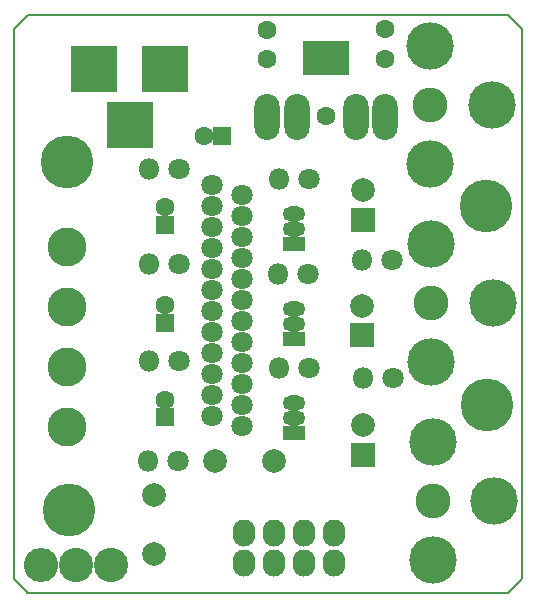
<source format=gbs>
G04 #@! TF.FileFunction,Soldermask,Bot*
%FSLAX46Y46*%
G04 Gerber Fmt 4.6, Leading zero omitted, Abs format (unit mm)*
G04 Created by KiCad (PCBNEW 4.0.7) date 03/11/20 10:05:13*
%MOMM*%
%LPD*%
G01*
G04 APERTURE LIST*
%ADD10C,0.100000*%
%ADD11C,0.150000*%
%ADD12O,1.900000X1.300000*%
%ADD13R,1.900000X1.300000*%
%ADD14C,2.000000*%
%ADD15C,1.600000*%
%ADD16R,3.900000X2.900000*%
%ADD17O,2.150000X3.900000*%
%ADD18C,4.464000*%
%ADD19R,2.000000X2.000000*%
%ADD20C,1.800000*%
%ADD21O,1.800000X1.800000*%
%ADD22O,1.900000X2.300000*%
%ADD23R,1.600000X1.600000*%
%ADD24R,3.900000X3.900000*%
%ADD25O,2.900000X2.900000*%
%ADD26C,2.900000*%
%ADD27C,3.300000*%
%ADD28C,2.950000*%
%ADD29C,4.016000*%
G04 APERTURE END LIST*
D10*
D11*
X131026000Y-96098000D02*
X131026000Y-49570000D01*
X174088000Y-96056000D02*
X174088000Y-49528000D01*
X174089000Y-49537000D02*
X172910000Y-48358000D01*
X172895000Y-97257000D02*
X174069000Y-96083000D01*
X131048000Y-49542000D02*
X132222000Y-48368000D01*
X132196000Y-97261000D02*
X131017000Y-96082000D01*
X132188000Y-97260000D02*
X172878000Y-97260000D01*
X132213000Y-48369000D02*
X172903000Y-48369000D01*
D12*
X154760000Y-74559000D03*
X154760000Y-73289000D03*
D13*
X154760000Y-75829000D03*
D14*
X142913000Y-93990000D03*
X142913000Y-88990000D03*
D15*
X162484000Y-52075000D03*
X162494000Y-49545000D03*
X152434000Y-49585000D03*
X152464000Y-52075000D03*
D16*
X157474000Y-51999000D03*
D17*
X162474000Y-57005000D03*
X152474000Y-57005000D03*
X159974000Y-57005000D03*
X154974000Y-57005000D03*
D15*
X157474000Y-56935000D03*
D18*
X135674000Y-90259000D03*
D14*
X148031000Y-86157000D03*
X153031000Y-86157000D03*
D19*
X160553000Y-65684000D03*
D14*
X160553000Y-63184000D03*
D19*
X160599000Y-85580000D03*
D14*
X160599000Y-83080000D03*
D19*
X160515000Y-75476000D03*
D14*
X160515000Y-72976000D03*
D18*
X135565000Y-60797000D03*
D20*
X145035000Y-61413000D03*
D21*
X142495000Y-61413000D03*
D20*
X144990000Y-77610000D03*
D21*
X142450000Y-77610000D03*
D20*
X144981000Y-69431000D03*
D21*
X142441000Y-69431000D03*
D20*
X163086000Y-69124000D03*
D21*
X160546000Y-69124000D03*
D20*
X155989000Y-78204000D03*
D21*
X153449000Y-78204000D03*
D20*
X155989000Y-62250000D03*
D21*
X153449000Y-62250000D03*
D20*
X155976000Y-70307000D03*
D21*
X153436000Y-70307000D03*
D20*
X163106000Y-79058000D03*
D21*
X160566000Y-79058000D03*
D18*
X171049000Y-64569000D03*
X171069000Y-81344000D03*
D22*
X150515000Y-94737000D03*
X150515000Y-92197000D03*
X153055000Y-94737000D03*
X153055000Y-92197000D03*
X155595000Y-94737000D03*
X155595000Y-92197000D03*
X158135000Y-92197000D03*
X158135000Y-94737000D03*
D23*
X143801000Y-66100000D03*
D15*
X143801000Y-64600000D03*
D23*
X143825000Y-82418000D03*
D15*
X143825000Y-80918000D03*
D23*
X143805000Y-74402000D03*
D15*
X143805000Y-72902000D03*
D23*
X148666000Y-58560000D03*
D15*
X147166000Y-58560000D03*
D12*
X154747000Y-66457000D03*
X154747000Y-65187000D03*
D13*
X154747000Y-67727000D03*
D12*
X154760000Y-82494000D03*
X154760000Y-81224000D03*
D13*
X154760000Y-83764000D03*
D20*
X144894000Y-86144000D03*
D21*
X142354000Y-86144000D03*
D24*
X143828000Y-52959000D03*
X137828000Y-52959000D03*
X140828000Y-57659000D03*
D25*
X133352000Y-94899000D03*
D26*
X136332000Y-94899000D03*
X139292000Y-94899000D03*
D27*
X135565000Y-83226000D03*
X135565000Y-78146000D03*
X135565000Y-73066000D03*
X135565000Y-67986000D03*
D20*
X147789000Y-62716000D03*
X150339000Y-63616000D03*
X147789000Y-64491000D03*
X150339000Y-65391000D03*
X147789000Y-66291000D03*
X150339000Y-67166000D03*
X147789000Y-68066000D03*
X150339000Y-68941000D03*
X147789000Y-69841000D03*
X150339000Y-70741000D03*
X147789000Y-71616000D03*
X150339000Y-72516000D03*
X147789000Y-73391000D03*
X150339000Y-74291000D03*
X147789000Y-75191000D03*
X150339000Y-76041000D03*
X147789000Y-76966000D03*
X150339000Y-77841000D03*
X147789000Y-78741000D03*
X150339000Y-79616000D03*
X147789000Y-80516000D03*
X150339000Y-81391000D03*
X147789000Y-82291000D03*
X150339000Y-83166000D03*
D28*
X166300000Y-55992000D03*
D29*
X166300000Y-60992000D03*
X166300000Y-50992000D03*
X171525000Y-55967000D03*
D28*
X166486000Y-89530000D03*
D29*
X166486000Y-94530000D03*
X166486000Y-84530000D03*
X171711000Y-89505000D03*
D28*
X166376000Y-72771000D03*
D29*
X166376000Y-77771000D03*
X166376000Y-67771000D03*
X171601000Y-72746000D03*
M02*

</source>
